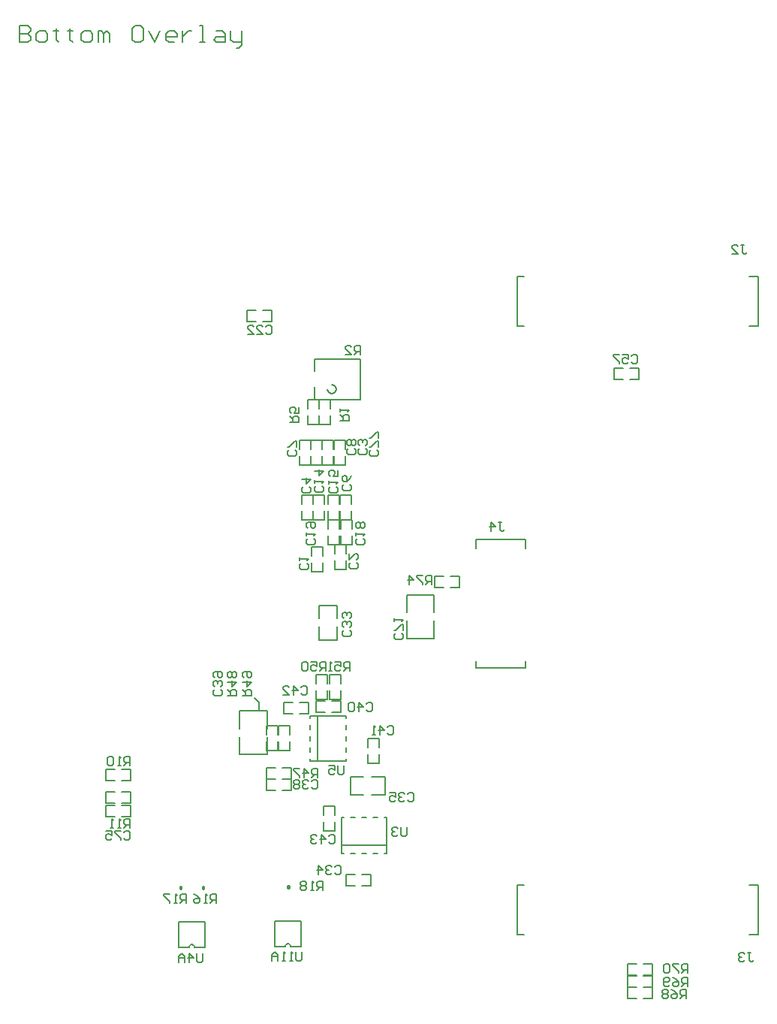
<source format=gbo>
%FSLAX24Y24*%
%MOIN*%
G70*
G01*
G75*
%ADD10C,0.0120*%
%ADD11C,0.0100*%
%ADD12R,0.0250X0.1000*%
%ADD13R,0.0650X0.0157*%
%ADD14R,0.1024X0.0630*%
%ADD15R,0.0551X0.0472*%
%ADD16R,0.0091X0.0500*%
%ADD17R,0.0500X0.0091*%
%ADD18R,0.0500X0.0091*%
%ADD19R,0.0390X0.0270*%
%ADD20R,0.0197X0.0394*%
%ADD21R,0.0787X0.0709*%
%ADD22R,0.0300X0.0200*%
%ADD23R,0.0350X0.0350*%
%ADD24R,0.0472X0.0551*%
%ADD25R,0.0472X0.0551*%
%ADD26C,0.0200*%
%ADD27C,0.0080*%
%ADD28C,0.0150*%
%ADD29C,0.0040*%
%ADD30C,0.0400*%
%ADD31C,0.0300*%
%ADD32C,0.0250*%
%ADD33C,0.0450*%
%ADD34C,0.0500*%
%ADD35O,0.0500X0.1350*%
%ADD36R,0.0500X0.1350*%
%ADD37C,0.0750*%
%ADD38R,0.0750X0.0750*%
%ADD39C,0.1100*%
%ADD40C,0.0600*%
%ADD41C,0.1500*%
%ADD42C,0.0280*%
%ADD43O,0.1350X0.0500*%
%ADD44R,0.1350X0.0500*%
%ADD45R,0.0433X0.0157*%
%ADD46R,0.0700X0.0800*%
%ADD47R,0.0700X0.0600*%
%ADD48R,0.1000X0.0250*%
%ADD49R,0.0551X0.0472*%
%ADD50C,0.0079*%
%ADD51C,0.0060*%
%ADD52C,0.0090*%
%ADD53C,0.0050*%
%ADD54R,0.0450X0.0450*%
D11*
X58085Y62573D02*
X58135D01*
X58085Y62673D02*
X58135D01*
X58085Y62573D02*
Y62673D01*
X58135Y62573D02*
Y62673D01*
X62865Y62713D02*
X62915D01*
X62865Y62613D02*
X62915D01*
Y62713D01*
X62865Y62613D02*
Y62713D01*
X59085Y62573D02*
X59135D01*
X59085Y62673D02*
X59135D01*
X59085Y62573D02*
Y62673D01*
X59135Y62573D02*
Y62673D01*
D27*
X83350Y62748D02*
X83750D01*
X73050Y60548D02*
X73350D01*
X73050D02*
Y62748D01*
X73350D01*
X83350Y60548D02*
X83750D01*
Y62748D01*
X83350Y89748D02*
X83750D01*
X73050Y87548D02*
X73350D01*
X73050D02*
Y89748D01*
X73350D01*
X83750Y87548D02*
Y89748D01*
X83350Y87548D02*
X83750D01*
X73425Y77673D02*
Y78073D01*
X71225D02*
X73425D01*
X71225Y72373D02*
Y72673D01*
Y72373D02*
X73425D01*
Y72673D01*
X71225Y77673D02*
Y78073D01*
X63848Y68248D02*
Y68348D01*
Y68248D02*
X65448D01*
Y68348D01*
Y70148D02*
Y70248D01*
X63848D02*
X65448D01*
X63848Y70148D02*
Y70248D01*
X65448Y69648D02*
Y69848D01*
Y69148D02*
Y69348D01*
Y68648D02*
Y68848D01*
X63848Y69648D02*
Y69848D01*
Y69148D02*
Y69348D01*
Y68648D02*
Y68848D01*
X64198Y68248D02*
Y70248D01*
X66597Y66729D02*
X67188D01*
Y67516D01*
X66597D02*
X67188D01*
X65652Y66729D02*
X66243D01*
X65652Y67516D02*
X66243D01*
X65652Y66729D02*
Y67516D01*
X67153Y64148D02*
X67253D01*
Y65748D01*
X67153D02*
X67253D01*
X65253D02*
X65353D01*
X65253Y64148D02*
Y65748D01*
Y64148D02*
X65353D01*
X65653Y65748D02*
X65853D01*
X66153D02*
X66353D01*
X66653D02*
X66853D01*
X65653Y64148D02*
X65853D01*
X66153D02*
X66353D01*
X66653D02*
X66853D01*
X65253Y64498D02*
X67253D01*
X60730Y68534D02*
X61950D01*
X60730Y70463D02*
X61950D01*
X61950Y69308D02*
X61950Y68534D01*
X61950Y69678D02*
X61950Y70463D01*
X60730D02*
X60730Y69678D01*
X60730Y68534D02*
X60730Y69308D01*
X64266Y73605D02*
X65054D01*
X64266D02*
Y74195D01*
X65054Y73605D02*
Y74195D01*
X64266Y74550D02*
Y75140D01*
X65054D01*
Y74550D02*
Y75140D01*
X68150Y73678D02*
X69370D01*
X68150Y75607D02*
X69370D01*
X68150Y73678D02*
X68150Y74451D01*
X68150Y75607D02*
X68150Y74821D01*
X69370D02*
X69370Y75607D01*
X69370Y74451D02*
X69370Y73678D01*
X72233Y78822D02*
X72367D01*
X72300D01*
Y78489D01*
X72367Y78423D01*
X72433D01*
X72500Y78489D01*
X71900Y78423D02*
Y78822D01*
X72100Y78623D01*
X71833D01*
X64440Y62513D02*
Y62912D01*
X64240D01*
X64173Y62846D01*
Y62713D01*
X64240Y62646D01*
X64440D01*
X64307D02*
X64173Y62513D01*
X64040D02*
X63907D01*
X63973D01*
Y62912D01*
X64040Y62846D01*
X63707D02*
X63640Y62912D01*
X63507D01*
X63440Y62846D01*
Y62779D01*
X63507Y62713D01*
X63440Y62646D01*
Y62579D01*
X63507Y62513D01*
X63640D01*
X63707Y62579D01*
Y62646D01*
X63640Y62713D01*
X63707Y62779D01*
Y62846D01*
X63640Y62713D02*
X63507D01*
X58360Y61923D02*
Y62322D01*
X58160D01*
X58093Y62256D01*
Y62123D01*
X58160Y62056D01*
X58360D01*
X58227D02*
X58093Y61923D01*
X57960D02*
X57827D01*
X57893D01*
Y62322D01*
X57960Y62256D01*
X57627Y62322D02*
X57360D01*
Y62256D01*
X57627Y61989D01*
Y61923D01*
X59710D02*
Y62322D01*
X59510D01*
X59443Y62256D01*
Y62123D01*
X59510Y62056D01*
X59710D01*
X59577D02*
X59443Y61923D01*
X59310D02*
X59177D01*
X59243D01*
Y62322D01*
X59310Y62256D01*
X58710Y62322D02*
X58843Y62256D01*
X58977Y62123D01*
Y61989D01*
X58910Y61923D01*
X58777D01*
X58710Y61989D01*
Y62056D01*
X58777Y62123D01*
X58977D01*
X55860Y65273D02*
Y65672D01*
X55660D01*
X55593Y65606D01*
Y65473D01*
X55660Y65406D01*
X55860D01*
X55727D02*
X55593Y65273D01*
X55460D02*
X55327D01*
X55393D01*
Y65672D01*
X55460Y65606D01*
X55127Y65273D02*
X54993D01*
X55060D01*
Y65672D01*
X55127Y65606D01*
X55860Y68023D02*
Y68422D01*
X55660D01*
X55593Y68356D01*
Y68223D01*
X55660Y68156D01*
X55860D01*
X55727D02*
X55593Y68023D01*
X55460D02*
X55327D01*
X55393D01*
Y68422D01*
X55460Y68356D01*
X55127D02*
X55060Y68422D01*
X54927D01*
X54860Y68356D01*
Y68089D01*
X54927Y68023D01*
X55060D01*
X55127Y68089D01*
Y68356D01*
X55593Y65056D02*
X55660Y65122D01*
X55793D01*
X55860Y65056D01*
Y64789D01*
X55793Y64723D01*
X55660D01*
X55593Y64789D01*
X55460Y65122D02*
X55193D01*
Y65056D01*
X55460Y64789D01*
Y64723D01*
X54793Y65122D02*
X55060D01*
Y64923D01*
X54927Y64989D01*
X54860D01*
X54793Y64923D01*
Y64789D01*
X54860Y64723D01*
X54993D01*
X55060Y64789D01*
X69260Y76073D02*
Y76472D01*
X69060D01*
X68993Y76406D01*
Y76273D01*
X69060Y76206D01*
X69260D01*
X69127D02*
X68993Y76073D01*
X68860Y76472D02*
X68593D01*
Y76406D01*
X68860Y76139D01*
Y76073D01*
X68260D02*
Y76472D01*
X68460Y76273D01*
X68193D01*
X68180Y65286D02*
Y64953D01*
X68113Y64886D01*
X67980D01*
X67913Y64953D01*
Y65286D01*
X67780Y65220D02*
X67713Y65286D01*
X67580D01*
X67513Y65220D01*
Y65153D01*
X67580Y65086D01*
X67647D01*
X67580D01*
X67513Y65020D01*
Y64953D01*
X67580Y64886D01*
X67713D01*
X67780Y64953D01*
X65360Y68022D02*
Y67689D01*
X65293Y67623D01*
X65160D01*
X65093Y67689D01*
Y68022D01*
X64693D02*
X64960D01*
Y67823D01*
X64827Y67889D01*
X64760D01*
X64693Y67823D01*
Y67689D01*
X64760Y67623D01*
X64893D01*
X64960Y67689D01*
X60860Y71123D02*
X61260D01*
Y71323D01*
X61193Y71389D01*
X61060D01*
X60993Y71323D01*
Y71123D01*
Y71256D02*
X60860Y71389D01*
Y71722D02*
X61260D01*
X61060Y71522D01*
Y71789D01*
X60926Y71922D02*
X60860Y71989D01*
Y72122D01*
X60926Y72189D01*
X61193D01*
X61260Y72122D01*
Y71989D01*
X61193Y71922D01*
X61126D01*
X61060Y71989D01*
Y72189D01*
X64560Y72223D02*
Y72622D01*
X64360D01*
X64293Y72556D01*
Y72423D01*
X64360Y72356D01*
X64560D01*
X64427D02*
X64293Y72223D01*
X63893Y72622D02*
X64160D01*
Y72423D01*
X64027Y72489D01*
X63960D01*
X63893Y72423D01*
Y72289D01*
X63960Y72223D01*
X64093D01*
X64160Y72289D01*
X63760Y72556D02*
X63693Y72622D01*
X63560D01*
X63493Y72556D01*
Y72289D01*
X63560Y72223D01*
X63693D01*
X63760Y72289D01*
Y72556D01*
X65640Y72223D02*
Y72622D01*
X65440D01*
X65373Y72556D01*
Y72423D01*
X65440Y72356D01*
X65640D01*
X65507D02*
X65373Y72223D01*
X64973Y72622D02*
X65240D01*
Y72423D01*
X65107Y72489D01*
X65040D01*
X64973Y72423D01*
Y72289D01*
X65040Y72223D01*
X65173D01*
X65240Y72289D01*
X64840Y72223D02*
X64707D01*
X64773D01*
Y72622D01*
X64840Y72556D01*
X66377Y70776D02*
X66444Y70842D01*
X66577D01*
X66643Y70776D01*
Y70509D01*
X66577Y70443D01*
X66444D01*
X66377Y70509D01*
X66044Y70443D02*
Y70842D01*
X66244Y70643D01*
X65977D01*
X65844Y70776D02*
X65777Y70842D01*
X65644D01*
X65577Y70776D01*
Y70509D01*
X65644Y70443D01*
X65777D01*
X65844Y70509D01*
Y70776D01*
X63943Y67326D02*
X64010Y67392D01*
X64143D01*
X64210Y67326D01*
Y67059D01*
X64143Y66993D01*
X64010D01*
X63943Y67059D01*
X63810Y67326D02*
X63743Y67392D01*
X63610D01*
X63543Y67326D01*
Y67259D01*
X63610Y67193D01*
X63677D01*
X63610D01*
X63543Y67126D01*
Y67059D01*
X63610Y66993D01*
X63743D01*
X63810Y67059D01*
X63410Y67326D02*
X63343Y67392D01*
X63210D01*
X63143Y67326D01*
Y67259D01*
X63210Y67193D01*
X63143Y67126D01*
Y67059D01*
X63210Y66993D01*
X63343D01*
X63410Y67059D01*
Y67126D01*
X63343Y67193D01*
X63410Y67259D01*
Y67326D01*
X63343Y67193D02*
X63210D01*
X64693Y64906D02*
X64760Y64972D01*
X64893D01*
X64960Y64906D01*
Y64639D01*
X64893Y64573D01*
X64760D01*
X64693Y64639D01*
X64360Y64573D02*
Y64972D01*
X64560Y64773D01*
X64293D01*
X64160Y64906D02*
X64093Y64972D01*
X63960D01*
X63893Y64906D01*
Y64839D01*
X63960Y64773D01*
X64027D01*
X63960D01*
X63893Y64706D01*
Y64639D01*
X63960Y64573D01*
X64093D01*
X64160Y64639D01*
X64963Y63516D02*
X65030Y63582D01*
X65163D01*
X65230Y63516D01*
Y63249D01*
X65163Y63183D01*
X65030D01*
X64963Y63249D01*
X64830Y63516D02*
X64763Y63582D01*
X64630D01*
X64563Y63516D01*
Y63449D01*
X64630Y63383D01*
X64697D01*
X64630D01*
X64563Y63316D01*
Y63249D01*
X64630Y63183D01*
X64763D01*
X64830Y63249D01*
X64230Y63183D02*
Y63582D01*
X64430Y63383D01*
X64163D01*
X65643Y80489D02*
X65710Y80423D01*
Y80289D01*
X65643Y80223D01*
X65376D01*
X65310Y80289D01*
Y80423D01*
X65376Y80489D01*
X65710Y80889D02*
X65643Y80756D01*
X65510Y80622D01*
X65376D01*
X65310Y80689D01*
Y80822D01*
X65376Y80889D01*
X65443D01*
X65510Y80822D01*
Y80622D01*
X66343Y82089D02*
X66410Y82023D01*
Y81889D01*
X66343Y81823D01*
X66076D01*
X66010Y81889D01*
Y82023D01*
X66076Y82089D01*
X66343Y82222D02*
X66410Y82289D01*
Y82422D01*
X66343Y82489D01*
X66276D01*
X66210Y82422D01*
Y82356D01*
Y82422D01*
X66143Y82489D01*
X66076D01*
X66010Y82422D01*
Y82289D01*
X66076Y82222D01*
X65943Y77039D02*
X66010Y76973D01*
Y76839D01*
X65943Y76773D01*
X65676D01*
X65610Y76839D01*
Y76973D01*
X65676Y77039D01*
X65610Y77439D02*
Y77172D01*
X65876Y77439D01*
X65943D01*
X66010Y77372D01*
Y77239D01*
X65943Y77172D01*
X64200Y67493D02*
Y67892D01*
X64000D01*
X63933Y67826D01*
Y67693D01*
X64000Y67626D01*
X64200D01*
X64067D02*
X63933Y67493D01*
X63600D02*
Y67892D01*
X63800Y67693D01*
X63533D01*
X63400Y67892D02*
X63133D01*
Y67826D01*
X63400Y67559D01*
Y67493D01*
X68203Y66770D02*
X68270Y66836D01*
X68403D01*
X68470Y66770D01*
Y66503D01*
X68403Y66436D01*
X68270D01*
X68203Y66503D01*
X68070Y66770D02*
X68003Y66836D01*
X67870D01*
X67803Y66770D01*
Y66703D01*
X67870Y66636D01*
X67937D01*
X67870D01*
X67803Y66570D01*
Y66503D01*
X67870Y66436D01*
X68003D01*
X68070Y66503D01*
X67403Y66836D02*
X67670D01*
Y66636D01*
X67537Y66703D01*
X67470D01*
X67403Y66636D01*
Y66503D01*
X67470Y66436D01*
X67603D01*
X67670Y66503D01*
X65643Y74039D02*
X65710Y73973D01*
Y73839D01*
X65643Y73773D01*
X65376D01*
X65310Y73839D01*
Y73973D01*
X65376Y74039D01*
X65643Y74172D02*
X65710Y74239D01*
Y74372D01*
X65643Y74439D01*
X65576D01*
X65510Y74372D01*
Y74306D01*
Y74372D01*
X65443Y74439D01*
X65376D01*
X65310Y74372D01*
Y74239D01*
X65376Y74172D01*
X65643Y74572D02*
X65710Y74639D01*
Y74772D01*
X65643Y74839D01*
X65576D01*
X65510Y74772D01*
Y74706D01*
Y74772D01*
X65443Y74839D01*
X65376D01*
X65310Y74772D01*
Y74639D01*
X65376Y74572D01*
X67943Y73909D02*
X68010Y73843D01*
Y73709D01*
X67943Y73643D01*
X67676D01*
X67610Y73709D01*
Y73843D01*
X67676Y73909D01*
X68010Y74042D02*
Y74309D01*
X67943D01*
X67676Y74042D01*
X67610D01*
Y74442D02*
Y74576D01*
Y74509D01*
X68010D01*
X67943Y74442D01*
X59893Y71389D02*
X59960Y71323D01*
Y71189D01*
X59893Y71123D01*
X59626D01*
X59560Y71189D01*
Y71323D01*
X59626Y71389D01*
X59893Y71522D02*
X59960Y71589D01*
Y71722D01*
X59893Y71789D01*
X59826D01*
X59760Y71722D01*
Y71656D01*
Y71722D01*
X59693Y71789D01*
X59626D01*
X59560Y71722D01*
Y71589D01*
X59626Y71522D01*
Y71922D02*
X59560Y71989D01*
Y72122D01*
X59626Y72189D01*
X59893D01*
X59960Y72122D01*
Y71989D01*
X59893Y71922D01*
X59826D01*
X59760Y71989D01*
Y72189D01*
X60210Y71123D02*
X60610D01*
Y71323D01*
X60543Y71389D01*
X60410D01*
X60343Y71323D01*
Y71123D01*
Y71256D02*
X60210Y71389D01*
Y71722D02*
X60610D01*
X60410Y71522D01*
Y71789D01*
X60543Y71922D02*
X60610Y71989D01*
Y72122D01*
X60543Y72189D01*
X60476D01*
X60410Y72122D01*
X60343Y72189D01*
X60276D01*
X60210Y72122D01*
Y71989D01*
X60276Y71922D01*
X60343D01*
X60410Y71989D01*
X60476Y71922D01*
X60543D01*
X60410Y71989D02*
Y72122D01*
X66243Y78089D02*
X66310Y78023D01*
Y77889D01*
X66243Y77823D01*
X65976D01*
X65910Y77889D01*
Y78023D01*
X65976Y78089D01*
X65910Y78222D02*
Y78356D01*
Y78289D01*
X66310D01*
X66243Y78222D01*
Y78556D02*
X66310Y78622D01*
Y78756D01*
X66243Y78822D01*
X66176D01*
X66110Y78756D01*
X66043Y78822D01*
X65976D01*
X65910Y78756D01*
Y78622D01*
X65976Y78556D01*
X66043D01*
X66110Y78622D01*
X66176Y78556D01*
X66243D01*
X66110Y78622D02*
Y78756D01*
X78143Y86206D02*
X78210Y86272D01*
X78343D01*
X78410Y86206D01*
Y85939D01*
X78343Y85873D01*
X78210D01*
X78143Y85939D01*
X77743Y86272D02*
X78010D01*
Y86073D01*
X77877Y86139D01*
X77810D01*
X77743Y86073D01*
Y85939D01*
X77810Y85873D01*
X77943D01*
X78010Y85939D01*
X77610Y86272D02*
X77343D01*
Y86206D01*
X77610Y85939D01*
Y85873D01*
X63453Y71506D02*
X63520Y71572D01*
X63653D01*
X63720Y71506D01*
Y71239D01*
X63653Y71173D01*
X63520D01*
X63453Y71239D01*
X63120Y71173D02*
Y71572D01*
X63320Y71373D01*
X63053D01*
X62653Y71173D02*
X62920D01*
X62653Y71439D01*
Y71506D01*
X62720Y71572D01*
X62853D01*
X62920Y71506D01*
X67293Y69716D02*
X67360Y69782D01*
X67493D01*
X67560Y69716D01*
Y69449D01*
X67493Y69383D01*
X67360D01*
X67293Y69449D01*
X66960Y69383D02*
Y69782D01*
X67160Y69583D01*
X66893D01*
X66760Y69383D02*
X66627D01*
X66693D01*
Y69782D01*
X66760Y69716D01*
X61893Y87506D02*
X61960Y87572D01*
X62093D01*
X62160Y87506D01*
Y87239D01*
X62093Y87173D01*
X61960D01*
X61893Y87239D01*
X61493Y87173D02*
X61760D01*
X61493Y87439D01*
Y87506D01*
X61560Y87572D01*
X61693D01*
X61760Y87506D01*
X61093Y87173D02*
X61360D01*
X61093Y87439D01*
Y87506D01*
X61160Y87572D01*
X61293D01*
X61360Y87506D01*
X64043Y78089D02*
X64110Y78023D01*
Y77889D01*
X64043Y77823D01*
X63776D01*
X63710Y77889D01*
Y78023D01*
X63776Y78089D01*
X63710Y78222D02*
Y78356D01*
Y78289D01*
X64110D01*
X64043Y78222D01*
X63776Y78556D02*
X63710Y78622D01*
Y78756D01*
X63776Y78822D01*
X64043D01*
X64110Y78756D01*
Y78622D01*
X64043Y78556D01*
X63976D01*
X63910Y78622D01*
Y78822D01*
X65043Y80389D02*
X65110Y80323D01*
Y80189D01*
X65043Y80123D01*
X64776D01*
X64710Y80189D01*
Y80323D01*
X64776Y80389D01*
X64710Y80522D02*
Y80656D01*
Y80589D01*
X65110D01*
X65043Y80522D01*
X65110Y81122D02*
Y80856D01*
X64910D01*
X64976Y80989D01*
Y81056D01*
X64910Y81122D01*
X64776D01*
X64710Y81056D01*
Y80922D01*
X64776Y80856D01*
X64393Y80439D02*
X64460Y80373D01*
Y80239D01*
X64393Y80173D01*
X64126D01*
X64060Y80239D01*
Y80373D01*
X64126Y80439D01*
X64060Y80572D02*
Y80706D01*
Y80639D01*
X64460D01*
X64393Y80572D01*
X64060Y81106D02*
X64460D01*
X64260Y80906D01*
Y81172D01*
X80580Y57687D02*
Y58087D01*
X80380D01*
X80313Y58020D01*
Y57887D01*
X80380Y57820D01*
X80580D01*
X80447D02*
X80313Y57687D01*
X79913Y58087D02*
X80047Y58020D01*
X80180Y57887D01*
Y57753D01*
X80113Y57687D01*
X79980D01*
X79913Y57753D01*
Y57820D01*
X79980Y57887D01*
X80180D01*
X79780Y58020D02*
X79713Y58087D01*
X79580D01*
X79513Y58020D01*
Y57953D01*
X79580Y57887D01*
X79513Y57820D01*
Y57753D01*
X79580Y57687D01*
X79713D01*
X79780Y57753D01*
Y57820D01*
X79713Y57887D01*
X79780Y57953D01*
Y58020D01*
X79713Y57887D02*
X79580D01*
X80630Y58237D02*
Y58637D01*
X80430D01*
X80363Y58570D01*
Y58437D01*
X80430Y58370D01*
X80630D01*
X80497D02*
X80363Y58237D01*
X79963Y58637D02*
X80097Y58570D01*
X80230Y58437D01*
Y58303D01*
X80163Y58237D01*
X80030D01*
X79963Y58303D01*
Y58370D01*
X80030Y58437D01*
X80230D01*
X79830Y58303D02*
X79763Y58237D01*
X79630D01*
X79563Y58303D01*
Y58570D01*
X79630Y58637D01*
X79763D01*
X79830Y58570D01*
Y58503D01*
X79763Y58437D01*
X79563D01*
X80630Y58837D02*
Y59237D01*
X80430D01*
X80363Y59170D01*
Y59037D01*
X80430Y58970D01*
X80630D01*
X80497D02*
X80363Y58837D01*
X80230Y59237D02*
X79963D01*
Y59170D01*
X80230Y58903D01*
Y58837D01*
X79830Y59170D02*
X79763Y59237D01*
X79630D01*
X79563Y59170D01*
Y58903D01*
X79630Y58837D01*
X79763D01*
X79830Y58903D01*
Y59170D01*
X66843Y82039D02*
X66910Y81973D01*
Y81839D01*
X66843Y81773D01*
X66576D01*
X66510Y81839D01*
Y81973D01*
X66576Y82039D01*
X66910Y82172D02*
Y82439D01*
X66843D01*
X66576Y82172D01*
X66510D01*
X66910Y82572D02*
Y82839D01*
X66843D01*
X66576Y82572D01*
X66510D01*
X63193Y82039D02*
X63260Y81973D01*
Y81839D01*
X63193Y81773D01*
X62926D01*
X62860Y81839D01*
Y81973D01*
X62926Y82039D01*
X63260Y82172D02*
Y82439D01*
X63193D01*
X62926Y82172D01*
X62860D01*
X63843Y80389D02*
X63910Y80323D01*
Y80189D01*
X63843Y80123D01*
X63576D01*
X63510Y80189D01*
Y80323D01*
X63576Y80389D01*
X63510Y80722D02*
X63910D01*
X63710Y80522D01*
Y80789D01*
X63743Y76989D02*
X63810Y76923D01*
Y76789D01*
X63743Y76723D01*
X63476D01*
X63410Y76789D01*
Y76923D01*
X63476Y76989D01*
X63410Y77122D02*
Y77256D01*
Y77189D01*
X63810D01*
X63743Y77122D01*
X65843Y82089D02*
X65910Y82023D01*
Y81889D01*
X65843Y81823D01*
X65576D01*
X65510Y81889D01*
Y82023D01*
X65576Y82089D01*
X65843Y82222D02*
X65910Y82289D01*
Y82422D01*
X65843Y82489D01*
X65776D01*
X65710Y82422D01*
X65643Y82489D01*
X65576D01*
X65510Y82422D01*
Y82289D01*
X65576Y82222D01*
X65643D01*
X65710Y82289D01*
X65776Y82222D01*
X65843D01*
X65710Y82289D02*
Y82422D01*
X66110Y86273D02*
Y86672D01*
X65910D01*
X65843Y86606D01*
Y86473D01*
X65910Y86406D01*
X66110D01*
X65977D02*
X65843Y86273D01*
X65443D02*
X65710D01*
X65443Y86539D01*
Y86606D01*
X65510Y86672D01*
X65643D01*
X65710Y86606D01*
X65210Y83323D02*
X65610D01*
Y83523D01*
X65543Y83589D01*
X65410D01*
X65343Y83523D01*
Y83323D01*
Y83456D02*
X65210Y83589D01*
Y83722D02*
Y83856D01*
Y83789D01*
X65610D01*
X65543Y83722D01*
X62960Y83273D02*
X63360D01*
Y83473D01*
X63293Y83539D01*
X63160D01*
X63093Y83473D01*
Y83273D01*
Y83406D02*
X62960Y83539D01*
X63360Y83939D02*
Y83672D01*
X63160D01*
X63226Y83806D01*
Y83872D01*
X63160Y83939D01*
X63026D01*
X62960Y83872D01*
Y83739D01*
X63026Y83672D01*
X59110Y59712D02*
Y59379D01*
X59043Y59313D01*
X58910D01*
X58843Y59379D01*
Y59712D01*
X58510Y59313D02*
Y59712D01*
X58710Y59513D01*
X58443D01*
X58310Y59313D02*
Y59579D01*
X58177Y59712D01*
X58043Y59579D01*
Y59313D01*
Y59513D01*
X58310D01*
X63490Y59762D02*
Y59429D01*
X63423Y59363D01*
X63290D01*
X63223Y59429D01*
Y59762D01*
X63090Y59363D02*
X62957D01*
X63023D01*
Y59762D01*
X63090Y59696D01*
X62757Y59363D02*
X62623D01*
X62690D01*
Y59762D01*
X62757Y59696D01*
X62423Y59363D02*
Y59629D01*
X62290Y59762D01*
X62157Y59629D01*
Y59363D01*
Y59563D01*
X62423D01*
X82993Y91122D02*
X83127D01*
X83060D01*
Y90789D01*
X83127Y90723D01*
X83193D01*
X83260Y90789D01*
X82593Y90723D02*
X82860D01*
X82593Y90989D01*
Y91056D01*
X82660Y91122D01*
X82793D01*
X82860Y91056D01*
X50960Y100872D02*
Y100123D01*
X51335D01*
X51460Y100248D01*
Y100373D01*
X51335Y100497D01*
X50960D01*
X51335D01*
X51460Y100622D01*
Y100747D01*
X51335Y100872D01*
X50960D01*
X51835Y100123D02*
X52084D01*
X52209Y100248D01*
Y100497D01*
X52084Y100622D01*
X51835D01*
X51710Y100497D01*
Y100248D01*
X51835Y100123D01*
X52584Y100747D02*
Y100622D01*
X52459D01*
X52709D01*
X52584D01*
Y100248D01*
X52709Y100123D01*
X53209Y100747D02*
Y100622D01*
X53084D01*
X53334D01*
X53209D01*
Y100248D01*
X53334Y100123D01*
X53834D02*
X54084D01*
X54209Y100248D01*
Y100497D01*
X54084Y100622D01*
X53834D01*
X53709Y100497D01*
Y100248D01*
X53834Y100123D01*
X54459D02*
Y100622D01*
X54584D01*
X54709Y100497D01*
Y100123D01*
Y100497D01*
X54834Y100622D01*
X54959Y100497D01*
Y100123D01*
X56333Y100872D02*
X56083D01*
X55958Y100747D01*
Y100248D01*
X56083Y100123D01*
X56333D01*
X56458Y100248D01*
Y100747D01*
X56333Y100872D01*
X56708Y100622D02*
X56958Y100123D01*
X57208Y100622D01*
X57833Y100123D02*
X57583D01*
X57458Y100248D01*
Y100497D01*
X57583Y100622D01*
X57833D01*
X57958Y100497D01*
Y100373D01*
X57458D01*
X58207Y100622D02*
Y100123D01*
Y100373D01*
X58332Y100497D01*
X58457Y100622D01*
X58582D01*
X58957Y100123D02*
X59207D01*
X59082D01*
Y100872D01*
X58957D01*
X59707Y100622D02*
X59957D01*
X60082Y100497D01*
Y100123D01*
X59707D01*
X59582Y100248D01*
X59707Y100373D01*
X60082D01*
X60332Y100622D02*
Y100248D01*
X60457Y100123D01*
X60832D01*
Y99998D01*
X60707Y99873D01*
X60582D01*
X60832Y100123D02*
Y100622D01*
X83293Y59722D02*
X83427D01*
X83360D01*
Y59389D01*
X83427Y59323D01*
X83493D01*
X83560Y59389D01*
X83160Y59656D02*
X83093Y59722D01*
X82960D01*
X82893Y59656D01*
Y59589D01*
X82960Y59523D01*
X83027D01*
X82960D01*
X82893Y59456D01*
Y59389D01*
X82960Y59323D01*
X83093D01*
X83160Y59389D01*
D51*
X64630Y84723D02*
X64657Y84623D01*
X64730Y84549D01*
X64830Y84523D01*
X64930Y84549D01*
X65003Y84623D01*
X65030Y84723D01*
X65003Y84823D01*
X64930Y84896D01*
X64830Y84923D01*
X64060Y86073D02*
X66110D01*
X64060Y85523D02*
Y86073D01*
Y84273D02*
Y84823D01*
Y84273D02*
X66110D01*
Y86073D01*
X55910Y65773D02*
Y66273D01*
X54810Y65773D02*
Y66273D01*
X55510Y65773D02*
X55910D01*
X55510Y66273D02*
X55910D01*
X54810D02*
X55210D01*
X54810Y65773D02*
X55210D01*
X54810Y66373D02*
Y66873D01*
X55910Y66373D02*
Y66873D01*
X54810D02*
X55210D01*
X54810Y66373D02*
X55210D01*
X55510D02*
X55910D01*
X55510Y66873D02*
X55910D01*
X63405Y82474D02*
X63905D01*
X63405Y81374D02*
X63905D01*
Y82074D02*
Y82474D01*
X63405Y82074D02*
Y82474D01*
Y81374D02*
Y81774D01*
X63905Y81374D02*
Y81774D01*
X64655Y80024D02*
X65155D01*
X64655Y78924D02*
X65155D01*
Y79624D02*
Y80024D01*
X64655Y79624D02*
Y80024D01*
Y78924D02*
Y79324D01*
X65155Y78924D02*
Y79324D01*
X63905Y82474D02*
X64405D01*
X63905Y81374D02*
X64405D01*
Y82074D02*
Y82474D01*
X63905Y82074D02*
Y82474D01*
Y81374D02*
Y81774D01*
X64405Y81374D02*
Y81774D01*
X64915Y81371D02*
X65415D01*
X64915Y82471D02*
X65415D01*
X64915Y81371D02*
Y81771D01*
X65415Y81371D02*
Y81771D01*
Y82071D02*
Y82471D01*
X64915Y82071D02*
Y82471D01*
X63915Y77321D02*
Y77721D01*
X64415Y77321D02*
Y77721D01*
Y76621D02*
Y77021D01*
X63915Y76621D02*
Y77021D01*
Y77721D02*
X64415D01*
X63915Y76621D02*
X64415D01*
X63505Y80024D02*
X64005D01*
X63505Y78924D02*
X64005D01*
Y79624D02*
Y80024D01*
X63505Y79624D02*
Y80024D01*
Y78924D02*
Y79324D01*
X64005Y78924D02*
Y79324D01*
X65205Y80024D02*
X65705D01*
X65205Y78924D02*
X65705D01*
Y79624D02*
Y80024D01*
X65205Y79624D02*
Y80024D01*
Y78924D02*
Y79324D01*
X65705Y78924D02*
Y79324D01*
X64470Y65826D02*
Y66226D01*
X64970Y65826D02*
Y66226D01*
Y65126D02*
Y65526D01*
X64470Y65126D02*
Y65526D01*
Y66226D02*
X64970D01*
X64470Y65126D02*
X64970D01*
X64505Y78924D02*
Y79324D01*
X64005Y78924D02*
Y79324D01*
Y79624D02*
Y80024D01*
X64505Y79624D02*
Y80024D01*
X64005Y78924D02*
X64505D01*
X64005Y80024D02*
X64505D01*
X64665Y78521D02*
Y78921D01*
X65165Y78521D02*
Y78921D01*
Y77821D02*
Y78221D01*
X64665Y77821D02*
Y78221D01*
Y78921D02*
X65165D01*
X64665Y77821D02*
X65165D01*
X61061Y87728D02*
X61461D01*
X61061Y88228D02*
X61461D01*
X61761D02*
X62161D01*
X61761Y87728D02*
X62161D01*
X61061D02*
Y88228D01*
X62161Y87728D02*
Y88228D01*
X66425Y68141D02*
X66925D01*
X66425Y69241D02*
X66925D01*
X66425Y68141D02*
Y68541D01*
X66925Y68141D02*
Y68541D01*
Y68841D02*
Y69241D01*
X66425Y68841D02*
Y69241D01*
X63388Y70828D02*
X63788D01*
X63388Y70328D02*
X63788D01*
X62688D02*
X63088D01*
X62688Y70828D02*
X63088D01*
X63788Y70328D02*
Y70828D01*
X62688Y70328D02*
Y70828D01*
X78461Y85178D02*
Y85678D01*
X77361Y85178D02*
Y85678D01*
X78061Y85178D02*
X78461D01*
X78061Y85678D02*
X78461D01*
X77361D02*
X77761D01*
X77361Y85178D02*
X77761D01*
X65215Y78521D02*
Y78921D01*
X65715Y78521D02*
Y78921D01*
Y77821D02*
Y78221D01*
X65215Y77821D02*
Y78221D01*
Y78921D02*
X65715D01*
X65215Y77821D02*
X65715D01*
X61945Y69799D02*
X62445D01*
X61945Y68699D02*
X62445D01*
Y69399D02*
Y69799D01*
X61945Y69399D02*
Y69799D01*
Y68699D02*
Y69099D01*
X62445Y68699D02*
Y69099D01*
X61923Y67434D02*
Y67934D01*
X63023Y67434D02*
Y67934D01*
X61923D02*
X62323D01*
X61923Y67434D02*
X62323D01*
X62623D02*
X63023D01*
X62623Y67934D02*
X63023D01*
X64965Y77421D02*
Y77821D01*
X65465Y77421D02*
Y77821D01*
Y76721D02*
Y77121D01*
X64965Y76721D02*
Y77121D01*
Y77821D02*
X65465D01*
X64965Y76721D02*
X65465D01*
X64905Y81374D02*
Y81774D01*
X64405Y81374D02*
Y81774D01*
Y82074D02*
Y82474D01*
X64905Y82074D02*
Y82474D01*
X64405Y81374D02*
X64905D01*
X64405Y82474D02*
X64905D01*
X66153Y63183D02*
X66553D01*
X66153Y62683D02*
X66553D01*
X65453D02*
X65853D01*
X65453Y63183D02*
X65853D01*
X66553Y62683D02*
Y63183D01*
X65453Y62683D02*
Y63183D01*
X65231Y70398D02*
Y70898D01*
X64131Y70398D02*
Y70898D01*
X64831Y70398D02*
X65231D01*
X64831Y70898D02*
X65231D01*
X64131D02*
X64531D01*
X64131Y70398D02*
X64531D01*
X64715Y72074D02*
X65215D01*
X64715Y70974D02*
X65215D01*
Y71674D02*
Y72074D01*
X64715Y71674D02*
Y72074D01*
Y70974D02*
Y71374D01*
X65215Y70974D02*
Y71374D01*
X64615Y70974D02*
Y71374D01*
X64115Y70974D02*
Y71374D01*
Y71674D02*
Y72074D01*
X64615Y71674D02*
Y72074D01*
X64115Y70974D02*
X64615D01*
X64115Y72074D02*
X64615D01*
X62455Y69396D02*
Y69796D01*
X62955Y69396D02*
Y69796D01*
Y68696D02*
Y69096D01*
X62455Y68696D02*
Y69096D01*
Y69796D02*
X62955D01*
X62455Y68696D02*
X62955D01*
X69398Y75918D02*
Y76418D01*
X70498Y75918D02*
Y76418D01*
X69398D02*
X69798D01*
X69398Y75918D02*
X69798D01*
X70098D02*
X70498D01*
X70098Y76418D02*
X70498D01*
X77978Y58732D02*
Y59232D01*
X79078Y58732D02*
Y59232D01*
X77978D02*
X78378D01*
X77978Y58732D02*
X78378D01*
X78678D02*
X79078D01*
X78678Y59232D02*
X79078D01*
X77978Y57682D02*
Y58182D01*
X79078Y57682D02*
Y58182D01*
X77978D02*
X78378D01*
X77978Y57682D02*
X78378D01*
X78678D02*
X79078D01*
X78678Y58182D02*
X79078D01*
X77978D02*
Y58682D01*
X79078Y58182D02*
Y58682D01*
X77978D02*
X78378D01*
X77978Y58182D02*
X78378D01*
X78678D02*
X79078D01*
X78678Y58682D02*
X79078D01*
X64265Y83171D02*
X64765D01*
X64265Y84271D02*
X64765D01*
X64265Y83171D02*
Y83571D01*
X64765Y83171D02*
Y83571D01*
Y83871D02*
Y84271D01*
X64265Y83871D02*
Y84271D01*
X63755Y84274D02*
X64255D01*
X63755Y83174D02*
X64255D01*
Y83874D02*
Y84274D01*
X63755Y83874D02*
Y84274D01*
Y83174D02*
Y83574D01*
X64255Y83174D02*
Y83574D01*
X55510Y67873D02*
X55910D01*
X55510Y67373D02*
X55910D01*
X54810D02*
X55210D01*
X54810Y67873D02*
X55210D01*
X55910Y67373D02*
Y67873D01*
X54810Y67373D02*
Y67873D01*
X61921Y66928D02*
X62321D01*
X61921Y67428D02*
X62321D01*
X62621D02*
X63021D01*
X62621Y66928D02*
X63021D01*
X61921D02*
Y67428D01*
X63021Y66928D02*
Y67428D01*
X61410Y71023D02*
X61610Y70823D01*
Y70463D02*
Y70823D01*
D53*
X58728Y59993D02*
X58693Y60077D01*
X58610Y60112D01*
X58526Y60077D01*
X58492Y59993D01*
X63006Y60029D02*
X62971Y60113D01*
X62888Y60147D01*
X62804Y60113D01*
X62770Y60029D01*
X58019Y59964D02*
Y61106D01*
X59200D01*
Y59964D02*
Y61106D01*
X58728Y59964D02*
X59200D01*
X58019D02*
X58492D01*
X62297Y60000D02*
X62770D01*
X63006D02*
X63478D01*
Y61142D01*
X62297D02*
X63478D01*
X62297Y60000D02*
Y61142D01*
M02*

</source>
